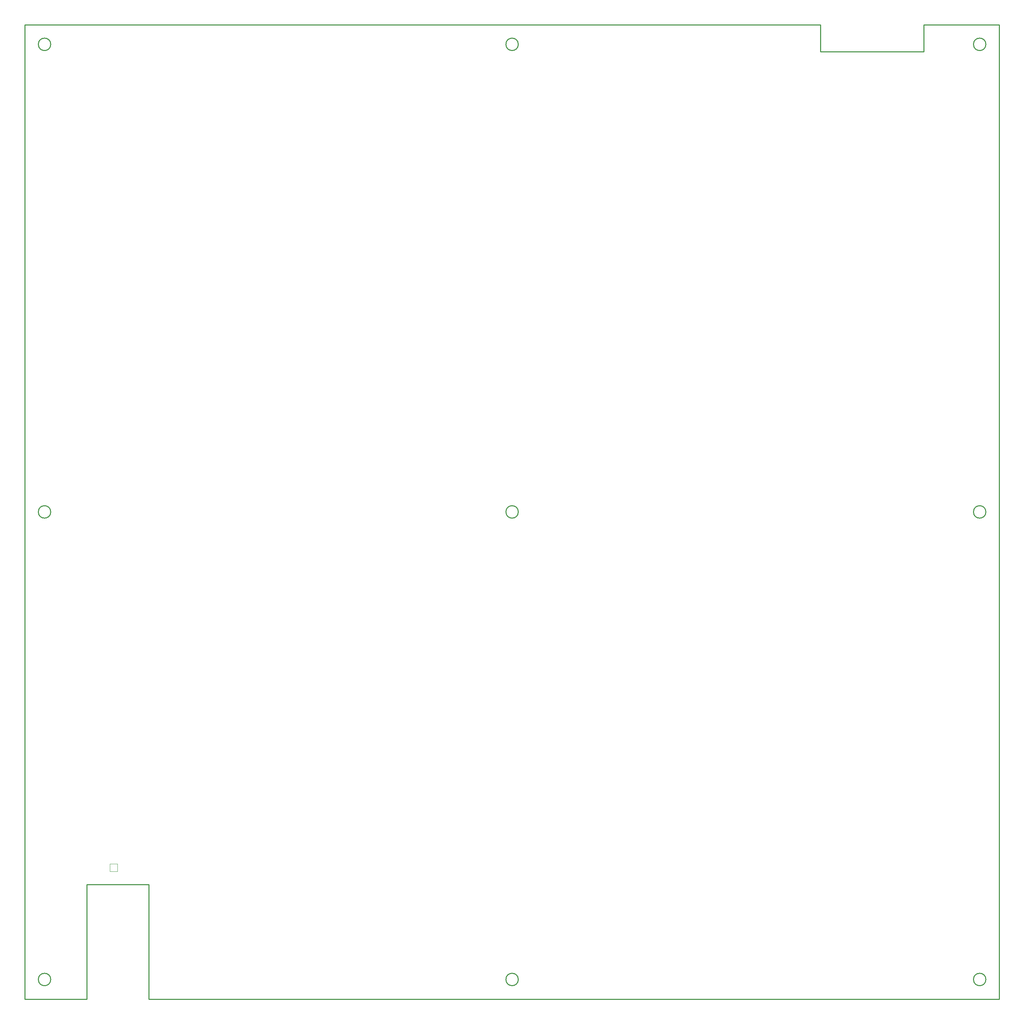
<source format=gbr>
%TF.GenerationSoftware,KiCad,Pcbnew,8.0.2-1*%
%TF.CreationDate,2024-06-04T17:42:53+02:00*%
%TF.ProjectId,broadcast_clock,62726f61-6463-4617-9374-5f636c6f636b,rev?*%
%TF.SameCoordinates,Original*%
%TF.FileFunction,Profile,NP*%
%FSLAX46Y46*%
G04 Gerber Fmt 4.6, Leading zero omitted, Abs format (unit mm)*
G04 Created by KiCad (PCBNEW 8.0.2-1) date 2024-06-04 17:42:53*
%MOMM*%
%LPD*%
G01*
G04 APERTURE LIST*
%TA.AperFunction,Profile*%
%ADD10C,0.250000*%
%TD*%
%TA.AperFunction,Profile*%
%ADD11C,0.050000*%
%TD*%
G04 APERTURE END LIST*
D10*
X261874000Y-145415000D02*
G75*
G02*
X258826000Y-145415000I-1524000J0D01*
G01*
X258826000Y-145415000D02*
G75*
G02*
X261874000Y-145415000I1524000J0D01*
G01*
X221234000Y-25654000D02*
X25654000Y-25654000D01*
X261874000Y-260350000D02*
G75*
G02*
X258826000Y-260350000I-1524000J0D01*
G01*
X258826000Y-260350000D02*
G75*
G02*
X261874000Y-260350000I1524000J0D01*
G01*
X265176000Y-265176000D02*
X265176000Y-25654000D01*
X25654000Y-265176000D02*
X40894000Y-265176000D01*
X32004000Y-30480000D02*
G75*
G02*
X28956000Y-30480000I-1524000J0D01*
G01*
X28956000Y-30480000D02*
G75*
G02*
X32004000Y-30480000I1524000J0D01*
G01*
X246634000Y-32258000D02*
X246634000Y-25654000D01*
X56134000Y-265176000D02*
X265176000Y-265176000D01*
X56134000Y-236982000D02*
X56134000Y-265176000D01*
X261874000Y-30480000D02*
G75*
G02*
X258826000Y-30480000I-1524000J0D01*
G01*
X258826000Y-30480000D02*
G75*
G02*
X261874000Y-30480000I1524000J0D01*
G01*
X221234000Y-25654000D02*
X221234000Y-32258000D01*
X221234000Y-32258000D02*
X246634000Y-32258000D01*
X40894000Y-265176000D02*
X40894000Y-236982000D01*
X146939000Y-260350000D02*
G75*
G02*
X143891000Y-260350000I-1524000J0D01*
G01*
X143891000Y-260350000D02*
G75*
G02*
X146939000Y-260350000I1524000J0D01*
G01*
X146939000Y-30480000D02*
G75*
G02*
X143891000Y-30480000I-1524000J0D01*
G01*
X143891000Y-30480000D02*
G75*
G02*
X146939000Y-30480000I1524000J0D01*
G01*
X246634000Y-25654000D02*
X265176000Y-25654000D01*
X25654000Y-25654000D02*
X25654000Y-265176000D01*
X146939000Y-145415000D02*
G75*
G02*
X143891000Y-145415000I-1524000J0D01*
G01*
X143891000Y-145415000D02*
G75*
G02*
X146939000Y-145415000I1524000J0D01*
G01*
X32004000Y-145415000D02*
G75*
G02*
X28956000Y-145415000I-1524000J0D01*
G01*
X28956000Y-145415000D02*
G75*
G02*
X32004000Y-145415000I1524000J0D01*
G01*
X32004000Y-260350000D02*
G75*
G02*
X28956000Y-260350000I-1524000J0D01*
G01*
X28956000Y-260350000D02*
G75*
G02*
X32004000Y-260350000I1524000J0D01*
G01*
X40894000Y-236982000D02*
X56134000Y-236982000D01*
D11*
%TO.C,J2*%
X46564000Y-231946500D02*
X46564000Y-233746500D01*
X48364000Y-231946500D02*
X46564000Y-231946500D01*
X48364000Y-231946500D02*
X48364000Y-233746500D01*
X48364000Y-233746500D02*
X46564000Y-233746500D01*
%TD*%
M02*

</source>
